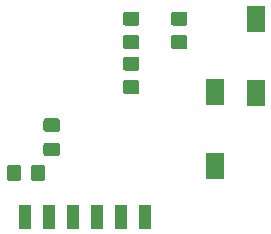
<source format=gbr>
%TF.GenerationSoftware,KiCad,Pcbnew,5.1.5+dfsg1-2build2*%
%TF.CreationDate,2021-07-18T22:40:15+02:00*%
%TF.ProjectId,wb2s,77623273-2e6b-4696-9361-645f70636258,rev?*%
%TF.SameCoordinates,Original*%
%TF.FileFunction,Soldermask,Bot*%
%TF.FilePolarity,Negative*%
%FSLAX46Y46*%
G04 Gerber Fmt 4.6, Leading zero omitted, Abs format (unit mm)*
G04 Created by KiCad (PCBNEW 5.1.5+dfsg1-2build2) date 2021-07-18 22:40:15*
%MOMM*%
%LPD*%
G04 APERTURE LIST*
%ADD10C,0.100000*%
%ADD11R,1.597660X2.298700*%
%ADD12R,1.000000X2.000000*%
G04 APERTURE END LIST*
D10*
%TO.C,R5*%
G36*
X91787505Y-118824204D02*
G01*
X91811773Y-118827804D01*
X91835572Y-118833765D01*
X91858671Y-118842030D01*
X91880850Y-118852520D01*
X91901893Y-118865132D01*
X91921599Y-118879747D01*
X91939777Y-118896223D01*
X91956253Y-118914401D01*
X91970868Y-118934107D01*
X91983480Y-118955150D01*
X91993970Y-118977329D01*
X92002235Y-119000428D01*
X92008196Y-119024227D01*
X92011796Y-119048495D01*
X92013000Y-119072999D01*
X92013000Y-119723001D01*
X92011796Y-119747505D01*
X92008196Y-119771773D01*
X92002235Y-119795572D01*
X91993970Y-119818671D01*
X91983480Y-119840850D01*
X91970868Y-119861893D01*
X91956253Y-119881599D01*
X91939777Y-119899777D01*
X91921599Y-119916253D01*
X91901893Y-119930868D01*
X91880850Y-119943480D01*
X91858671Y-119953970D01*
X91835572Y-119962235D01*
X91811773Y-119968196D01*
X91787505Y-119971796D01*
X91763001Y-119973000D01*
X90862999Y-119973000D01*
X90838495Y-119971796D01*
X90814227Y-119968196D01*
X90790428Y-119962235D01*
X90767329Y-119953970D01*
X90745150Y-119943480D01*
X90724107Y-119930868D01*
X90704401Y-119916253D01*
X90686223Y-119899777D01*
X90669747Y-119881599D01*
X90655132Y-119861893D01*
X90642520Y-119840850D01*
X90632030Y-119818671D01*
X90623765Y-119795572D01*
X90617804Y-119771773D01*
X90614204Y-119747505D01*
X90613000Y-119723001D01*
X90613000Y-119072999D01*
X90614204Y-119048495D01*
X90617804Y-119024227D01*
X90623765Y-119000428D01*
X90632030Y-118977329D01*
X90642520Y-118955150D01*
X90655132Y-118934107D01*
X90669747Y-118914401D01*
X90686223Y-118896223D01*
X90704401Y-118879747D01*
X90724107Y-118865132D01*
X90745150Y-118852520D01*
X90767329Y-118842030D01*
X90790428Y-118833765D01*
X90814227Y-118827804D01*
X90838495Y-118824204D01*
X90862999Y-118823000D01*
X91763001Y-118823000D01*
X91787505Y-118824204D01*
G37*
G36*
X91787505Y-116774204D02*
G01*
X91811773Y-116777804D01*
X91835572Y-116783765D01*
X91858671Y-116792030D01*
X91880850Y-116802520D01*
X91901893Y-116815132D01*
X91921599Y-116829747D01*
X91939777Y-116846223D01*
X91956253Y-116864401D01*
X91970868Y-116884107D01*
X91983480Y-116905150D01*
X91993970Y-116927329D01*
X92002235Y-116950428D01*
X92008196Y-116974227D01*
X92011796Y-116998495D01*
X92013000Y-117022999D01*
X92013000Y-117673001D01*
X92011796Y-117697505D01*
X92008196Y-117721773D01*
X92002235Y-117745572D01*
X91993970Y-117768671D01*
X91983480Y-117790850D01*
X91970868Y-117811893D01*
X91956253Y-117831599D01*
X91939777Y-117849777D01*
X91921599Y-117866253D01*
X91901893Y-117880868D01*
X91880850Y-117893480D01*
X91858671Y-117903970D01*
X91835572Y-117912235D01*
X91811773Y-117918196D01*
X91787505Y-117921796D01*
X91763001Y-117923000D01*
X90862999Y-117923000D01*
X90838495Y-117921796D01*
X90814227Y-117918196D01*
X90790428Y-117912235D01*
X90767329Y-117903970D01*
X90745150Y-117893480D01*
X90724107Y-117880868D01*
X90704401Y-117866253D01*
X90686223Y-117849777D01*
X90669747Y-117831599D01*
X90655132Y-117811893D01*
X90642520Y-117790850D01*
X90632030Y-117768671D01*
X90623765Y-117745572D01*
X90617804Y-117721773D01*
X90614204Y-117697505D01*
X90613000Y-117673001D01*
X90613000Y-117022999D01*
X90614204Y-116998495D01*
X90617804Y-116974227D01*
X90623765Y-116950428D01*
X90632030Y-116927329D01*
X90642520Y-116905150D01*
X90655132Y-116884107D01*
X90669747Y-116864401D01*
X90686223Y-116846223D01*
X90704401Y-116829747D01*
X90724107Y-116815132D01*
X90745150Y-116802520D01*
X90767329Y-116792030D01*
X90790428Y-116783765D01*
X90814227Y-116777804D01*
X90838495Y-116774204D01*
X90862999Y-116773000D01*
X91763001Y-116773000D01*
X91787505Y-116774204D01*
G37*
%TD*%
D11*
%TO.C,SW1*%
X108585000Y-108331000D03*
X108585000Y-114630200D03*
%TD*%
%TO.C,SW2*%
X105156000Y-114554000D03*
X105156000Y-120853200D03*
%TD*%
D10*
%TO.C,R2*%
G36*
X98518505Y-109732204D02*
G01*
X98542773Y-109735804D01*
X98566572Y-109741765D01*
X98589671Y-109750030D01*
X98611850Y-109760520D01*
X98632893Y-109773132D01*
X98652599Y-109787747D01*
X98670777Y-109804223D01*
X98687253Y-109822401D01*
X98701868Y-109842107D01*
X98714480Y-109863150D01*
X98724970Y-109885329D01*
X98733235Y-109908428D01*
X98739196Y-109932227D01*
X98742796Y-109956495D01*
X98744000Y-109980999D01*
X98744000Y-110681001D01*
X98742796Y-110705505D01*
X98739196Y-110729773D01*
X98733235Y-110753572D01*
X98724970Y-110776671D01*
X98714480Y-110798850D01*
X98701868Y-110819893D01*
X98687253Y-110839599D01*
X98670777Y-110857777D01*
X98652599Y-110874253D01*
X98632893Y-110888868D01*
X98611850Y-110901480D01*
X98589671Y-110911970D01*
X98566572Y-110920235D01*
X98542773Y-110926196D01*
X98518505Y-110929796D01*
X98494001Y-110931000D01*
X97593999Y-110931000D01*
X97569495Y-110929796D01*
X97545227Y-110926196D01*
X97521428Y-110920235D01*
X97498329Y-110911970D01*
X97476150Y-110901480D01*
X97455107Y-110888868D01*
X97435401Y-110874253D01*
X97417223Y-110857777D01*
X97400747Y-110839599D01*
X97386132Y-110819893D01*
X97373520Y-110798850D01*
X97363030Y-110776671D01*
X97354765Y-110753572D01*
X97348804Y-110729773D01*
X97345204Y-110705505D01*
X97344000Y-110681001D01*
X97344000Y-109980999D01*
X97345204Y-109956495D01*
X97348804Y-109932227D01*
X97354765Y-109908428D01*
X97363030Y-109885329D01*
X97373520Y-109863150D01*
X97386132Y-109842107D01*
X97400747Y-109822401D01*
X97417223Y-109804223D01*
X97435401Y-109787747D01*
X97455107Y-109773132D01*
X97476150Y-109760520D01*
X97498329Y-109750030D01*
X97521428Y-109741765D01*
X97545227Y-109735804D01*
X97569495Y-109732204D01*
X97593999Y-109731000D01*
X98494001Y-109731000D01*
X98518505Y-109732204D01*
G37*
G36*
X98518505Y-107732204D02*
G01*
X98542773Y-107735804D01*
X98566572Y-107741765D01*
X98589671Y-107750030D01*
X98611850Y-107760520D01*
X98632893Y-107773132D01*
X98652599Y-107787747D01*
X98670777Y-107804223D01*
X98687253Y-107822401D01*
X98701868Y-107842107D01*
X98714480Y-107863150D01*
X98724970Y-107885329D01*
X98733235Y-107908428D01*
X98739196Y-107932227D01*
X98742796Y-107956495D01*
X98744000Y-107980999D01*
X98744000Y-108681001D01*
X98742796Y-108705505D01*
X98739196Y-108729773D01*
X98733235Y-108753572D01*
X98724970Y-108776671D01*
X98714480Y-108798850D01*
X98701868Y-108819893D01*
X98687253Y-108839599D01*
X98670777Y-108857777D01*
X98652599Y-108874253D01*
X98632893Y-108888868D01*
X98611850Y-108901480D01*
X98589671Y-108911970D01*
X98566572Y-108920235D01*
X98542773Y-108926196D01*
X98518505Y-108929796D01*
X98494001Y-108931000D01*
X97593999Y-108931000D01*
X97569495Y-108929796D01*
X97545227Y-108926196D01*
X97521428Y-108920235D01*
X97498329Y-108911970D01*
X97476150Y-108901480D01*
X97455107Y-108888868D01*
X97435401Y-108874253D01*
X97417223Y-108857777D01*
X97400747Y-108839599D01*
X97386132Y-108819893D01*
X97373520Y-108798850D01*
X97363030Y-108776671D01*
X97354765Y-108753572D01*
X97348804Y-108729773D01*
X97345204Y-108705505D01*
X97344000Y-108681001D01*
X97344000Y-107980999D01*
X97345204Y-107956495D01*
X97348804Y-107932227D01*
X97354765Y-107908428D01*
X97363030Y-107885329D01*
X97373520Y-107863150D01*
X97386132Y-107842107D01*
X97400747Y-107822401D01*
X97417223Y-107804223D01*
X97435401Y-107787747D01*
X97455107Y-107773132D01*
X97476150Y-107760520D01*
X97498329Y-107750030D01*
X97521428Y-107741765D01*
X97545227Y-107735804D01*
X97569495Y-107732204D01*
X97593999Y-107731000D01*
X98494001Y-107731000D01*
X98518505Y-107732204D01*
G37*
%TD*%
%TO.C,R1*%
G36*
X102582505Y-109732204D02*
G01*
X102606773Y-109735804D01*
X102630572Y-109741765D01*
X102653671Y-109750030D01*
X102675850Y-109760520D01*
X102696893Y-109773132D01*
X102716599Y-109787747D01*
X102734777Y-109804223D01*
X102751253Y-109822401D01*
X102765868Y-109842107D01*
X102778480Y-109863150D01*
X102788970Y-109885329D01*
X102797235Y-109908428D01*
X102803196Y-109932227D01*
X102806796Y-109956495D01*
X102808000Y-109980999D01*
X102808000Y-110681001D01*
X102806796Y-110705505D01*
X102803196Y-110729773D01*
X102797235Y-110753572D01*
X102788970Y-110776671D01*
X102778480Y-110798850D01*
X102765868Y-110819893D01*
X102751253Y-110839599D01*
X102734777Y-110857777D01*
X102716599Y-110874253D01*
X102696893Y-110888868D01*
X102675850Y-110901480D01*
X102653671Y-110911970D01*
X102630572Y-110920235D01*
X102606773Y-110926196D01*
X102582505Y-110929796D01*
X102558001Y-110931000D01*
X101657999Y-110931000D01*
X101633495Y-110929796D01*
X101609227Y-110926196D01*
X101585428Y-110920235D01*
X101562329Y-110911970D01*
X101540150Y-110901480D01*
X101519107Y-110888868D01*
X101499401Y-110874253D01*
X101481223Y-110857777D01*
X101464747Y-110839599D01*
X101450132Y-110819893D01*
X101437520Y-110798850D01*
X101427030Y-110776671D01*
X101418765Y-110753572D01*
X101412804Y-110729773D01*
X101409204Y-110705505D01*
X101408000Y-110681001D01*
X101408000Y-109980999D01*
X101409204Y-109956495D01*
X101412804Y-109932227D01*
X101418765Y-109908428D01*
X101427030Y-109885329D01*
X101437520Y-109863150D01*
X101450132Y-109842107D01*
X101464747Y-109822401D01*
X101481223Y-109804223D01*
X101499401Y-109787747D01*
X101519107Y-109773132D01*
X101540150Y-109760520D01*
X101562329Y-109750030D01*
X101585428Y-109741765D01*
X101609227Y-109735804D01*
X101633495Y-109732204D01*
X101657999Y-109731000D01*
X102558001Y-109731000D01*
X102582505Y-109732204D01*
G37*
G36*
X102582505Y-107732204D02*
G01*
X102606773Y-107735804D01*
X102630572Y-107741765D01*
X102653671Y-107750030D01*
X102675850Y-107760520D01*
X102696893Y-107773132D01*
X102716599Y-107787747D01*
X102734777Y-107804223D01*
X102751253Y-107822401D01*
X102765868Y-107842107D01*
X102778480Y-107863150D01*
X102788970Y-107885329D01*
X102797235Y-107908428D01*
X102803196Y-107932227D01*
X102806796Y-107956495D01*
X102808000Y-107980999D01*
X102808000Y-108681001D01*
X102806796Y-108705505D01*
X102803196Y-108729773D01*
X102797235Y-108753572D01*
X102788970Y-108776671D01*
X102778480Y-108798850D01*
X102765868Y-108819893D01*
X102751253Y-108839599D01*
X102734777Y-108857777D01*
X102716599Y-108874253D01*
X102696893Y-108888868D01*
X102675850Y-108901480D01*
X102653671Y-108911970D01*
X102630572Y-108920235D01*
X102606773Y-108926196D01*
X102582505Y-108929796D01*
X102558001Y-108931000D01*
X101657999Y-108931000D01*
X101633495Y-108929796D01*
X101609227Y-108926196D01*
X101585428Y-108920235D01*
X101562329Y-108911970D01*
X101540150Y-108901480D01*
X101519107Y-108888868D01*
X101499401Y-108874253D01*
X101481223Y-108857777D01*
X101464747Y-108839599D01*
X101450132Y-108819893D01*
X101437520Y-108798850D01*
X101427030Y-108776671D01*
X101418765Y-108753572D01*
X101412804Y-108729773D01*
X101409204Y-108705505D01*
X101408000Y-108681001D01*
X101408000Y-107980999D01*
X101409204Y-107956495D01*
X101412804Y-107932227D01*
X101418765Y-107908428D01*
X101427030Y-107885329D01*
X101437520Y-107863150D01*
X101450132Y-107842107D01*
X101464747Y-107822401D01*
X101481223Y-107804223D01*
X101499401Y-107787747D01*
X101519107Y-107773132D01*
X101540150Y-107760520D01*
X101562329Y-107750030D01*
X101585428Y-107741765D01*
X101609227Y-107735804D01*
X101633495Y-107732204D01*
X101657999Y-107731000D01*
X102558001Y-107731000D01*
X102582505Y-107732204D01*
G37*
%TD*%
%TO.C,R3*%
G36*
X98518505Y-113542204D02*
G01*
X98542773Y-113545804D01*
X98566572Y-113551765D01*
X98589671Y-113560030D01*
X98611850Y-113570520D01*
X98632893Y-113583132D01*
X98652599Y-113597747D01*
X98670777Y-113614223D01*
X98687253Y-113632401D01*
X98701868Y-113652107D01*
X98714480Y-113673150D01*
X98724970Y-113695329D01*
X98733235Y-113718428D01*
X98739196Y-113742227D01*
X98742796Y-113766495D01*
X98744000Y-113790999D01*
X98744000Y-114491001D01*
X98742796Y-114515505D01*
X98739196Y-114539773D01*
X98733235Y-114563572D01*
X98724970Y-114586671D01*
X98714480Y-114608850D01*
X98701868Y-114629893D01*
X98687253Y-114649599D01*
X98670777Y-114667777D01*
X98652599Y-114684253D01*
X98632893Y-114698868D01*
X98611850Y-114711480D01*
X98589671Y-114721970D01*
X98566572Y-114730235D01*
X98542773Y-114736196D01*
X98518505Y-114739796D01*
X98494001Y-114741000D01*
X97593999Y-114741000D01*
X97569495Y-114739796D01*
X97545227Y-114736196D01*
X97521428Y-114730235D01*
X97498329Y-114721970D01*
X97476150Y-114711480D01*
X97455107Y-114698868D01*
X97435401Y-114684253D01*
X97417223Y-114667777D01*
X97400747Y-114649599D01*
X97386132Y-114629893D01*
X97373520Y-114608850D01*
X97363030Y-114586671D01*
X97354765Y-114563572D01*
X97348804Y-114539773D01*
X97345204Y-114515505D01*
X97344000Y-114491001D01*
X97344000Y-113790999D01*
X97345204Y-113766495D01*
X97348804Y-113742227D01*
X97354765Y-113718428D01*
X97363030Y-113695329D01*
X97373520Y-113673150D01*
X97386132Y-113652107D01*
X97400747Y-113632401D01*
X97417223Y-113614223D01*
X97435401Y-113597747D01*
X97455107Y-113583132D01*
X97476150Y-113570520D01*
X97498329Y-113560030D01*
X97521428Y-113551765D01*
X97545227Y-113545804D01*
X97569495Y-113542204D01*
X97593999Y-113541000D01*
X98494001Y-113541000D01*
X98518505Y-113542204D01*
G37*
G36*
X98518505Y-111542204D02*
G01*
X98542773Y-111545804D01*
X98566572Y-111551765D01*
X98589671Y-111560030D01*
X98611850Y-111570520D01*
X98632893Y-111583132D01*
X98652599Y-111597747D01*
X98670777Y-111614223D01*
X98687253Y-111632401D01*
X98701868Y-111652107D01*
X98714480Y-111673150D01*
X98724970Y-111695329D01*
X98733235Y-111718428D01*
X98739196Y-111742227D01*
X98742796Y-111766495D01*
X98744000Y-111790999D01*
X98744000Y-112491001D01*
X98742796Y-112515505D01*
X98739196Y-112539773D01*
X98733235Y-112563572D01*
X98724970Y-112586671D01*
X98714480Y-112608850D01*
X98701868Y-112629893D01*
X98687253Y-112649599D01*
X98670777Y-112667777D01*
X98652599Y-112684253D01*
X98632893Y-112698868D01*
X98611850Y-112711480D01*
X98589671Y-112721970D01*
X98566572Y-112730235D01*
X98542773Y-112736196D01*
X98518505Y-112739796D01*
X98494001Y-112741000D01*
X97593999Y-112741000D01*
X97569495Y-112739796D01*
X97545227Y-112736196D01*
X97521428Y-112730235D01*
X97498329Y-112721970D01*
X97476150Y-112711480D01*
X97455107Y-112698868D01*
X97435401Y-112684253D01*
X97417223Y-112667777D01*
X97400747Y-112649599D01*
X97386132Y-112629893D01*
X97373520Y-112608850D01*
X97363030Y-112586671D01*
X97354765Y-112563572D01*
X97348804Y-112539773D01*
X97345204Y-112515505D01*
X97344000Y-112491001D01*
X97344000Y-111790999D01*
X97345204Y-111766495D01*
X97348804Y-111742227D01*
X97354765Y-111718428D01*
X97363030Y-111695329D01*
X97373520Y-111673150D01*
X97386132Y-111652107D01*
X97400747Y-111632401D01*
X97417223Y-111614223D01*
X97435401Y-111597747D01*
X97455107Y-111583132D01*
X97476150Y-111570520D01*
X97498329Y-111560030D01*
X97521428Y-111551765D01*
X97545227Y-111545804D01*
X97569495Y-111542204D01*
X97593999Y-111541000D01*
X98494001Y-111541000D01*
X98518505Y-111542204D01*
G37*
%TD*%
%TO.C,R4*%
G36*
X88512505Y-120713204D02*
G01*
X88536773Y-120716804D01*
X88560572Y-120722765D01*
X88583671Y-120731030D01*
X88605850Y-120741520D01*
X88626893Y-120754132D01*
X88646599Y-120768747D01*
X88664777Y-120785223D01*
X88681253Y-120803401D01*
X88695868Y-120823107D01*
X88708480Y-120844150D01*
X88718970Y-120866329D01*
X88727235Y-120889428D01*
X88733196Y-120913227D01*
X88736796Y-120937495D01*
X88738000Y-120961999D01*
X88738000Y-121862001D01*
X88736796Y-121886505D01*
X88733196Y-121910773D01*
X88727235Y-121934572D01*
X88718970Y-121957671D01*
X88708480Y-121979850D01*
X88695868Y-122000893D01*
X88681253Y-122020599D01*
X88664777Y-122038777D01*
X88646599Y-122055253D01*
X88626893Y-122069868D01*
X88605850Y-122082480D01*
X88583671Y-122092970D01*
X88560572Y-122101235D01*
X88536773Y-122107196D01*
X88512505Y-122110796D01*
X88488001Y-122112000D01*
X87787999Y-122112000D01*
X87763495Y-122110796D01*
X87739227Y-122107196D01*
X87715428Y-122101235D01*
X87692329Y-122092970D01*
X87670150Y-122082480D01*
X87649107Y-122069868D01*
X87629401Y-122055253D01*
X87611223Y-122038777D01*
X87594747Y-122020599D01*
X87580132Y-122000893D01*
X87567520Y-121979850D01*
X87557030Y-121957671D01*
X87548765Y-121934572D01*
X87542804Y-121910773D01*
X87539204Y-121886505D01*
X87538000Y-121862001D01*
X87538000Y-120961999D01*
X87539204Y-120937495D01*
X87542804Y-120913227D01*
X87548765Y-120889428D01*
X87557030Y-120866329D01*
X87567520Y-120844150D01*
X87580132Y-120823107D01*
X87594747Y-120803401D01*
X87611223Y-120785223D01*
X87629401Y-120768747D01*
X87649107Y-120754132D01*
X87670150Y-120741520D01*
X87692329Y-120731030D01*
X87715428Y-120722765D01*
X87739227Y-120716804D01*
X87763495Y-120713204D01*
X87787999Y-120712000D01*
X88488001Y-120712000D01*
X88512505Y-120713204D01*
G37*
G36*
X90512505Y-120713204D02*
G01*
X90536773Y-120716804D01*
X90560572Y-120722765D01*
X90583671Y-120731030D01*
X90605850Y-120741520D01*
X90626893Y-120754132D01*
X90646599Y-120768747D01*
X90664777Y-120785223D01*
X90681253Y-120803401D01*
X90695868Y-120823107D01*
X90708480Y-120844150D01*
X90718970Y-120866329D01*
X90727235Y-120889428D01*
X90733196Y-120913227D01*
X90736796Y-120937495D01*
X90738000Y-120961999D01*
X90738000Y-121862001D01*
X90736796Y-121886505D01*
X90733196Y-121910773D01*
X90727235Y-121934572D01*
X90718970Y-121957671D01*
X90708480Y-121979850D01*
X90695868Y-122000893D01*
X90681253Y-122020599D01*
X90664777Y-122038777D01*
X90646599Y-122055253D01*
X90626893Y-122069868D01*
X90605850Y-122082480D01*
X90583671Y-122092970D01*
X90560572Y-122101235D01*
X90536773Y-122107196D01*
X90512505Y-122110796D01*
X90488001Y-122112000D01*
X89787999Y-122112000D01*
X89763495Y-122110796D01*
X89739227Y-122107196D01*
X89715428Y-122101235D01*
X89692329Y-122092970D01*
X89670150Y-122082480D01*
X89649107Y-122069868D01*
X89629401Y-122055253D01*
X89611223Y-122038777D01*
X89594747Y-122020599D01*
X89580132Y-122000893D01*
X89567520Y-121979850D01*
X89557030Y-121957671D01*
X89548765Y-121934572D01*
X89542804Y-121910773D01*
X89539204Y-121886505D01*
X89538000Y-121862001D01*
X89538000Y-120961999D01*
X89539204Y-120937495D01*
X89542804Y-120913227D01*
X89548765Y-120889428D01*
X89557030Y-120866329D01*
X89567520Y-120844150D01*
X89580132Y-120823107D01*
X89594747Y-120803401D01*
X89611223Y-120785223D01*
X89629401Y-120768747D01*
X89649107Y-120754132D01*
X89670150Y-120741520D01*
X89692329Y-120731030D01*
X89715428Y-120722765D01*
X89739227Y-120716804D01*
X89763495Y-120713204D01*
X89787999Y-120712000D01*
X90488001Y-120712000D01*
X90512505Y-120713204D01*
G37*
%TD*%
D12*
%TO.C,J1*%
X93091000Y-125095000D03*
%TD*%
%TO.C,J5*%
X95123000Y-125095000D03*
%TD*%
%TO.C,J6*%
X89027000Y-125095000D03*
%TD*%
%TO.C,J7*%
X91059000Y-125095000D03*
%TD*%
%TO.C,J10*%
X99187000Y-125095000D03*
%TD*%
%TO.C,J11*%
X97155000Y-125095000D03*
%TD*%
M02*

</source>
